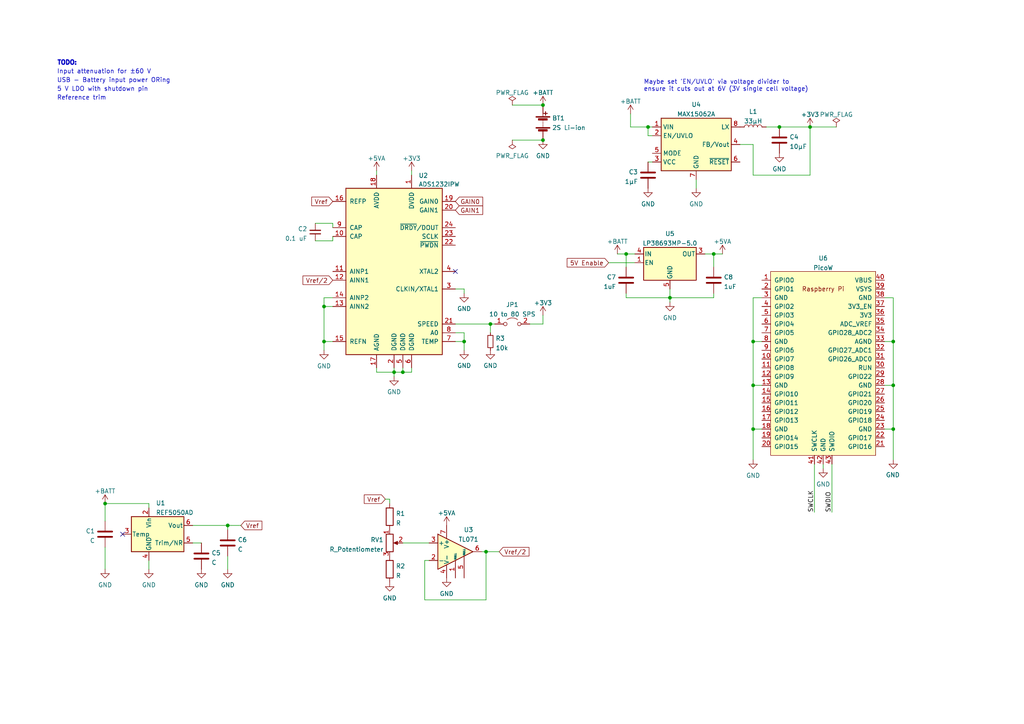
<source format=kicad_sch>
(kicad_sch (version 20211123) (generator eeschema)
  (paper "A4")
  (title_block (title "24bit ADC logger") (date "%%date%%") (rev "%%version%%") (company "SA6MBO"))
  (lib_symbols
    (symbol "Amplifier_Operational:TL071" (pin_names (offset 0.127))
      (property "Reference" "U" (at 0 6.35 0))
      (property "Value" "TL071" (at 0 3.81 0))
      (symbol "TL071_0_1"
        (polyline (pts (xy -5.08 5.08) (xy 5.08 0) (xy -5.08 -5.08) (xy -5.08 5.08)) (stroke (width 0.254)) (fill (type background)))
      )
      (symbol "TL071_1_1"
        (pin input line (at 0 -7.62 90) (length 5.08) (name "NULL") (number "1"))
        (pin input line (at -7.62 -2.54 0) (length 2.54) (name "-") (number "2"))
        (pin input line (at -7.62 2.54 0) (length 2.54) (name "+") (number "3"))
        (pin power_in line (at -2.54 -7.62 90) (length 3.81) (name "V-") (number "4"))
        (pin input line (at 2.54 -7.62 90) (length 6.35) (name "NULL") (number "5"))
        (pin output line (at 7.62 0 180) (length 2.54) (name "~") (number "6"))
        (pin power_in line (at -2.54 7.62 270) (length 3.81) (name "V+") (number "7"))
        (pin no_connect line (at 0 2.54 270) (length 2.54) hide (name "NC") (number "8"))
      )
    )
    (symbol "Analog_ADC:ADS1232IPW" (pin_names (offset 1.016))
      (property "Reference" "U" (at -13.97 25.4 0))
      (property "Value" "ADS1232IPW" (at 7.62 25.4 0))
      (symbol "ADS1232IPW_0_1"
        (rectangle (start -13.97 24.13) (end 13.97 -24.13) (stroke (width 0.254)) (fill (type background)))
      )
      (symbol "ADS1232IPW_1_1"
        (pin power_in line (at 5.08 27.94 270) (length 3.81) (name "DVDD") (number "1"))
        (pin passive line (at -17.78 10.16 0) (length 3.81) (name "CAP") (number "10"))
        (pin input line (at -17.78 0 0) (length 3.81) (name "AINP1") (number "11"))
        (pin input line (at -17.78 -2.54 0) (length 3.81) (name "AINN1") (number "12"))
        (pin input line (at -17.78 -10.16 0) (length 3.81) (name "AINN2") (number "13"))
        (pin input line (at -17.78 -7.62 0) (length 3.81) (name "AINP2") (number "14"))
        (pin input line (at -17.78 -20.32 0) (length 3.81) (name "REFN") (number "15"))
        (pin input line (at -17.78 20.32 0) (length 3.81) (name "REFP") (number "16"))
        (pin power_in line (at -5.08 -27.94 90) (length 3.81) (name "AGND") (number "17"))
        (pin power_in line (at -5.08 27.94 270) (length 3.81) (name "AVDD") (number "18"))
        (pin input line (at 17.78 20.32 180) (length 3.81) (name "GAIN0") (number "19"))
        (pin power_in line (at 0 -27.94 90) (length 3.81) (name "DGND") (number "2"))
        (pin input line (at 17.78 17.78 180) (length 3.81) (name "GAIN1") (number "20"))
        (pin input line (at 17.78 -15.24 180) (length 3.81) (name "SPEED") (number "21"))
        (pin input line (at 17.78 7.62 180) (length 3.81) (name "~{PWDN}") (number "22"))
        (pin input line (at 17.78 10.16 180) (length 3.81) (name "SCLK") (number "23"))
        (pin output line (at 17.78 12.7 180) (length 3.81) (name "~{DRDY}/DOUT") (number "24"))
        (pin bidirectional line (at 17.78 -5.08 180) (length 3.81) (name "CLKIN/XTAL1") (number "3"))
        (pin bidirectional line (at 17.78 0 180) (length 3.81) (name "XTAL2") (number "4"))
        (pin power_in line (at 2.54 -27.94 90) (length 3.81) (name "DGND") (number "5"))
        (pin power_in line (at 5.08 -27.94 90) (length 3.81) (name "DGND") (number "6"))
        (pin input line (at 17.78 -20.32 180) (length 3.81) (name "TEMP") (number "7"))
        (pin input line (at 17.78 -17.78 180) (length 3.81) (name "A0") (number "8"))
        (pin passive line (at -17.78 12.7 0) (length 3.81) (name "CAP") (number "9"))
      )
    )
    (symbol "Device:Battery" (pin_numbers hide) (pin_names (offset 0) hide)
      (property "Reference" "BT" (at 2.54 2.54 0))
      (property "Value" "Battery" (at 2.54 0 0))
      (symbol "Battery_0_1"
        (rectangle (start -2.032 -1.397) (end 2.032 -1.651) (fill (type outline)))
        (rectangle (start -2.032 1.778) (end 2.032 1.524) (fill (type outline)))
        (rectangle (start -1.3208 -1.9812) (end 1.27 -2.4892) (fill (type outline)))
        (rectangle (start -1.3208 1.1938) (end 1.27 0.6858) (fill (type outline)))
        (polyline (pts (xy 0 -1.524) (xy 0 -1.27)))
        (polyline (pts (xy 0 -1.016) (xy 0 -0.762)))
        (polyline (pts (xy 0 -0.508) (xy 0 -0.254)))
        (polyline (pts (xy 0 0) (xy 0 0.254)))
        (polyline (pts (xy 0 0.508) (xy 0 0.762)))
        (polyline (pts (xy 0 1.778) (xy 0 2.54)))
        (polyline (pts (xy 0.254 2.667) (xy 1.27 2.667)) (stroke (width 0.254)))
        (polyline (pts (xy 0.762 3.175) (xy 0.762 2.159)) (stroke (width 0.254)))
      )
      (symbol "Battery_1_1"
        (pin passive line (at 0 5.08 270) (length 2.54) (name "+") (number "1"))
        (pin passive line (at 0 -5.08 90) (length 2.54) (name "-") (number "2"))
      )
    )
    (symbol "Device:C" (pin_numbers hide) (pin_names (offset 0.254))
      (property "Reference" "C" (at 0.635 2.54 0))
      (property "Value" "C" (at 0.635 -2.54 0))
      (symbol "C_0_1"
        (polyline (pts (xy -2.032 -0.762) (xy 2.032 -0.762)) (stroke (width 0.508)))
        (polyline (pts (xy -2.032 0.762) (xy 2.032 0.762)) (stroke (width 0.508)))
      )
      (symbol "C_1_1"
        (pin passive line (at 0 3.81 270) (length 2.794) (name "~") (number "1"))
        (pin passive line (at 0 -3.81 90) (length 2.794) (name "~") (number "2"))
      )
    )
    (symbol "Device:C_Small" (pin_numbers hide) (pin_names (offset 0.254) hide)
      (property "Reference" "C" (at 0.254 1.778 0))
      (property "Value" "C_Small" (at 0.254 -2.032 0))
      (symbol "C_Small_0_1"
        (polyline (pts (xy -1.524 -0.508) (xy 1.524 -0.508)) (stroke (width 0.3302)))
        (polyline (pts (xy -1.524 0.508) (xy 1.524 0.508)) (stroke (width 0.3048)))
      )
      (symbol "C_Small_1_1"
        (pin passive line (at 0 2.54 270) (length 2.032) (name "~") (number "1"))
        (pin passive line (at 0 -2.54 90) (length 2.032) (name "~") (number "2"))
      )
    )
    (symbol "Device:L" (pin_numbers hide) (pin_names (offset 1.016) hide)
      (property "Reference" "L" (at -1.27 0 90))
      (property "Value" "L" (at 1.905 0 90))
      (symbol "L_0_1"
        (arc (start 0 -2.54) (mid 0.635 -1.905) (end 0 -1.27))
        (arc (start 0 -1.27) (mid 0.635 -0.635) (end 0 0))
        (arc (start 0 0) (mid 0.635 0.635) (end 0 1.27))
        (arc (start 0 1.27) (mid 0.635 1.905) (end 0 2.54))
      )
      (symbol "L_1_1"
        (pin passive line (at 0 3.81 270) (length 1.27) (name "1") (number "1"))
        (pin passive line (at 0 -3.81 90) (length 1.27) (name "2") (number "2"))
      )
    )
    (symbol "Device:R" (pin_numbers hide) (pin_names (offset 0))
      (property "Reference" "R" (at 2.032 0 90))
      (property "Value" "R" (at 0 0 90))
      (symbol "R_0_1"
        (rectangle (start -1.016 -2.54) (end 1.016 2.54) (stroke (width 0.254)))
      )
      (symbol "R_1_1"
        (pin passive line (at 0 3.81 270) (length 1.27) (name "~") (number "1"))
        (pin passive line (at 0 -3.81 90) (length 1.27) (name "~") (number "2"))
      )
    )
    (symbol "Device:R_Potentiometer" (pin_names (offset 1.016) hide)
      (property "Reference" "RV" (at -4.445 0 90))
      (property "Value" "R_Potentiometer" (at -2.54 0 90))
      (symbol "R_Potentiometer_0_1"
        (polyline (pts (xy 2.54 0) (xy 1.524 0)))
        (polyline (pts (xy 1.143 0) (xy 2.286 0.508) (xy 2.286 -0.508) (xy 1.143 0)) (fill (type outline)))
        (rectangle (start 1.016 2.54) (end -1.016 -2.54) (stroke (width 0.254)))
      )
      (symbol "R_Potentiometer_1_1"
        (pin passive line (at 0 3.81 270) (length 1.27) (name "1") (number "1"))
        (pin passive line (at 3.81 0 180) (length 1.27) (name "2") (number "2"))
        (pin passive line (at 0 -3.81 90) (length 1.27) (name "3") (number "3"))
      )
    )
    (symbol "Device:R_Small" (pin_numbers hide) (pin_names (offset 0.254) hide)
      (property "Reference" "R" (at 0.762 0.508 0))
      (property "Value" "R_Small" (at 0.762 -1.016 0))
      (symbol "R_Small_0_1"
        (rectangle (start -0.762 1.778) (end 0.762 -1.778) (stroke (width 0.2032)))
      )
      (symbol "R_Small_1_1"
        (pin passive line (at 0 2.54 270) (length 0.762) (name "~") (number "1"))
        (pin passive line (at 0 -2.54 90) (length 0.762) (name "~") (number "2"))
      )
    )
    (symbol "Jumper:Jumper_2_Open" (pin_names (offset 0) hide)
      (property "Reference" "JP" (at 0 2.794 0))
      (property "Value" "Jumper_2_Open" (at 0 -2.286 0))
      (symbol "Jumper_2_Open_0_0"
        (circle (center -2.032 0) (radius 0.508))
        (circle (center 2.032 0) (radius 0.508))
      )
      (symbol "Jumper_2_Open_0_1"
        (arc (start 1.524 1.27) (mid 0 1.778) (end -1.524 1.27))
      )
      (symbol "Jumper_2_Open_1_1"
        (pin passive line (at -5.08 0 0) (length 2.54) (name "A") (number "1"))
        (pin passive line (at 5.08 0 180) (length 2.54) (name "B") (number "2"))
      )
    )
    (symbol "RPi_Pico:PicoW" (pin_names (offset 1.016))
      (property "Reference" "U" (at -13.97 27.94 0))
      (property "Value" "PicoW" (at 0 19.05 0))
      (symbol "PicoW_0_0"
        (text "Raspberry Pi" (at 0 21.59 0) (effects (font (size 1.27 1.27))))
      )
      (symbol "PicoW_0_1"
        (rectangle (start -15.24 26.67) (end 15.24 -26.67) (fill (type background)))
      )
      (symbol "PicoW_1_1"
        (pin bidirectional line (at -17.78 24.13 0) (length 2.54) (name "GPIO0") (number "1"))
        (pin bidirectional line (at -17.78 1.27 0) (length 2.54) (name "GPIO7") (number "10"))
        (pin bidirectional line (at -17.78 -1.27 0) (length 2.54) (name "GPIO8") (number "11"))
        (pin bidirectional line (at -17.78 -3.81 0) (length 2.54) (name "GPIO9") (number "12"))
        (pin power_in line (at -17.78 -6.35 0) (length 2.54) (name "GND") (number "13"))
        (pin bidirectional line (at -17.78 -8.89 0) (length 2.54) (name "GPIO10") (number "14"))
        (pin bidirectional line (at -17.78 -11.43 0) (length 2.54) (name "GPIO11") (number "15"))
        (pin bidirectional line (at -17.78 -13.97 0) (length 2.54) (name "GPIO12") (number "16"))
        (pin bidirectional line (at -17.78 -16.51 0) (length 2.54) (name "GPIO13") (number "17"))
        (pin power_in line (at -17.78 -19.05 0) (length 2.54) (name "GND") (number "18"))
        (pin bidirectional line (at -17.78 -21.59 0) (length 2.54) (name "GPIO14") (number "19"))
        (pin bidirectional line (at -17.78 21.59 0) (length 2.54) (name "GPIO1") (number "2"))
        (pin bidirectional line (at -17.78 -24.13 0) (length 2.54) (name "GPIO15") (number "20"))
        (pin bidirectional line (at 17.78 -24.13 180) (length 2.54) (name "GPIO16") (number "21"))
        (pin bidirectional line (at 17.78 -21.59 180) (length 2.54) (name "GPIO17") (number "22"))
        (pin power_in line (at 17.78 -19.05 180) (length 2.54) (name "GND") (number "23"))
        (pin bidirectional line (at 17.78 -16.51 180) (length 2.54) (name "GPIO18") (number "24"))
        (pin bidirectional line (at 17.78 -13.97 180) (length 2.54) (name "GPIO19") (number "25"))
        (pin bidirectional line (at 17.78 -11.43 180) (length 2.54) (name "GPIO20") (number "26"))
        (pin bidirectional line (at 17.78 -8.89 180) (length 2.54) (name "GPIO21") (number "27"))
        (pin power_in line (at 17.78 -6.35 180) (length 2.54) (name "GND") (number "28"))
        (pin bidirectional line (at 17.78 -3.81 180) (length 2.54) (name "GPIO22") (number "29"))
        (pin power_in line (at -17.78 19.05 0) (length 2.54) (name "GND") (number "3"))
        (pin input line (at 17.78 -1.27 180) (length 2.54) (name "RUN") (number "30"))
        (pin bidirectional line (at 17.78 1.27 180) (length 2.54) (name "GPIO26_ADC0") (number "31"))
        (pin bidirectional line (at 17.78 3.81 180) (length 2.54) (name "GPIO27_ADC1") (number "32"))
        (pin power_in line (at 17.78 6.35 180) (length 2.54) (name "AGND") (number "33"))
        (pin bidirectional line (at 17.78 8.89 180) (length 2.54) (name "GPIO28_ADC2") (number "34"))
        (pin unspecified line (at 17.78 11.43 180) (length 2.54) (name "ADC_VREF") (number "35"))
        (pin unspecified line (at 17.78 13.97 180) (length 2.54) (name "3V3") (number "36"))
        (pin input line (at 17.78 16.51 180) (length 2.54) (name "3V3_EN") (number "37"))
        (pin bidirectional line (at 17.78 19.05 180) (length 2.54) (name "GND") (number "38"))
        (pin unspecified line (at 17.78 21.59 180) (length 2.54) (name "VSYS") (number "39"))
        (pin bidirectional line (at -17.78 16.51 0) (length 2.54) (name "GPIO2") (number "4"))
        (pin unspecified line (at 17.78 24.13 180) (length 2.54) (name "VBUS") (number "40"))
        (pin input line (at -2.54 -29.21 90) (length 2.54) (name "SWCLK") (number "41"))
        (pin power_in line (at 0 -29.21 90) (length 2.54) (name "GND") (number "42"))
        (pin bidirectional line (at 2.54 -29.21 90) (length 2.54) (name "SWDIO") (number "43"))
        (pin bidirectional line (at -17.78 13.97 0) (length 2.54) (name "GPIO3") (number "5"))
        (pin bidirectional line (at -17.78 11.43 0) (length 2.54) (name "GPIO4") (number "6"))
        (pin bidirectional line (at -17.78 8.89 0) (length 2.54) (name "GPIO5") (number "7"))
        (pin power_in line (at -17.78 6.35 0) (length 2.54) (name "GND") (number "8"))
        (pin bidirectional line (at -17.78 3.81 0) (length 2.54) (name "GPIO6") (number "9"))
      )
    )
    (symbol "Reference_Voltage:REF5050AD" (pin_names (offset 0.254))
      (property "Reference" "U" (at -1.27 8.255 0))
      (property "Value" "REF5050AD" (at -1.27 6.35 0))
      (symbol "REF5050AD_0_1"
        (rectangle (start -7.62 5.08) (end 7.62 -5.08) (stroke (width 0.254)) (fill (type background)))
      )
      (symbol "REF5050AD_1_1"
        (pin no_connect line (at -7.62 2.54 0) (length 2.54) hide (name "DNC") (number "1"))
        (pin power_in line (at -2.54 7.62 270) (length 2.54) (name "Vin") (number "2"))
        (pin passive line (at -10.16 0 0) (length 2.54) (name "Temp") (number "3"))
        (pin power_in line (at -2.54 -7.62 90) (length 2.54) (name "GND") (number "4"))
        (pin passive line (at 10.16 -2.54 180) (length 2.54) (name "Trim/NR") (number "5"))
        (pin power_out line (at 10.16 2.54 180) (length 2.54) (name "Vout") (number "6"))
        (pin no_connect line (at -5.08 -5.08 90) (length 2.54) hide (name "NC") (number "7"))
        (pin no_connect line (at 7.62 0 180) (length 2.54) hide (name "DNC") (number "8"))
      )
    )
    (symbol "Regulator_Linear:LP38693MP-5.0" (pin_names (offset 0.254))
      (property "Reference" "U" (at -6.35 5.715 0))
      (property "Value" "LP38693MP-5.0" (at 0 5.715 0))
      (symbol "LP38693MP-5.0_0_1"
        (rectangle (start -7.62 -5.08) (end 7.62 4.445) (stroke (width 0.254)) (fill (type background)))
      )
      (symbol "LP38693MP-5.0_1_1"
        (pin input line (at -10.16 0 0) (length 2.54) (name "EN") (number "1"))
        (pin no_connect line (at 7.62 0 180) (length 2.54) hide (name "NC") (number "2"))
        (pin power_out line (at 10.16 2.54 180) (length 2.54) (name "OUT") (number "3"))
        (pin power_in line (at -10.16 2.54 0) (length 2.54) (name "IN") (number "4"))
        (pin power_in line (at 0 -7.62 90) (length 2.54) (name "GND") (number "5"))
      )
    )
    (symbol "Regulator_Switching:MAX15062A"
      (property "Reference" "U" (at -10.16 11.43 0))
      (property "Value" "MAX15062A" (at -10.16 8.89 0))
      (symbol "MAX15062A_0_1"
        (rectangle (start -10.16 7.62) (end 10.16 -7.62) (stroke (width 0.254)) (fill (type background)))
      )
      (symbol "MAX15062A_1_1"
        (pin power_in line (at -12.7 5.08 0) (length 2.54) (name "VIN") (number "1"))
        (pin input line (at -12.7 2.54 0) (length 2.54) (name "EN/UVLO") (number "2"))
        (pin power_out line (at -12.7 -5.08 0) (length 2.54) (name "VCC") (number "3"))
        (pin input line (at 12.7 0 180) (length 2.54) (name "FB/Vout") (number "4"))
        (pin input line (at -12.7 -2.54 0) (length 2.54) (name "MODE") (number "5"))
        (pin open_collector line (at 12.7 -5.08 180) (length 2.54) (name "~{RESET}") (number "6"))
        (pin power_in line (at 0 -10.16 90) (length 2.54) (name "GND") (number "7"))
        (pin power_out line (at 12.7 5.08 180) (length 2.54) (name "LX") (number "8"))
      )
    )
    (symbol "power:+3V3" (power) (pin_names (offset 0))
      (property "Value" "+3V3" (at 0 3.556 0))
      (symbol "+3V3_0_1"
        (polyline (pts (xy -0.762 1.27) (xy 0 2.54)))
        (polyline (pts (xy 0 0) (xy 0 2.54)))
        (polyline (pts (xy 0 2.54) (xy 0.762 1.27)))
      )
      (symbol "+3V3_1_1"
        (pin power_in line (at 0 0 90) (length 0) hide (name "+3V3") (number "1"))
      )
    )
    (symbol "power:+5VA" (power) (pin_names (offset 0))
      (property "Value" "+5VA" (at 0 3.556 0))
      (symbol "+5VA_0_1"
        (polyline (pts (xy -0.762 1.27) (xy 0 2.54)))
        (polyline (pts (xy 0 0) (xy 0 2.54)))
        (polyline (pts (xy 0 2.54) (xy 0.762 1.27)))
      )
      (symbol "+5VA_1_1"
        (pin power_in line (at 0 0 90) (length 0) hide (name "+5VA") (number "1"))
      )
    )
    (symbol "power:+BATT" (power) (pin_names (offset 0))
      (property "Value" "+BATT" (at 0 3.556 0))
      (symbol "+BATT_0_1"
        (polyline (pts (xy -0.762 1.27) (xy 0 2.54)))
        (polyline (pts (xy 0 0) (xy 0 2.54)))
        (polyline (pts (xy 0 2.54) (xy 0.762 1.27)))
      )
      (symbol "+BATT_1_1"
        (pin power_in line (at 0 0 90) (length 0) hide (name "+BATT") (number "1"))
      )
    )
    (symbol "power:GND" (power) (pin_names (offset 0))
      (property "Value" "GND" (at 0 -3.81 0))
      (symbol "GND_0_1"
        (polyline (pts (xy 0 0) (xy 0 -1.27) (xy 1.27 -1.27) (xy 0 -2.54) (xy -1.27 -1.27) (xy 0 -1.27)))
      )
      (symbol "GND_1_1"
        (pin power_in line (at 0 0 270) (length 0) hide (name "GND") (number "1"))
      )
    )
    (symbol "power:PWR_FLAG" (power) (pin_numbers hide) (pin_names (offset 0) hide)
      (property "Value" "PWR_FLAG" (at 0 3.81 0))
      (symbol "PWR_FLAG_0_0"
        (pin power_out line (at 0 0 90) (length 0) (name "pwr") (number "1"))
      )
      (symbol "PWR_FLAG_0_1"
        (polyline (pts (xy 0 0) (xy 0 1.27) (xy -1.016 1.905) (xy 0 2.54) (xy 1.016 1.905) (xy 0 1.27)))
      )
    )
  )
  (junction (at 181.61 73.66))
  (junction (at 187.96 36.83))
  (junction (at 142.24 93.98))
  (junction (at 66.04 152.4))
  (junction (at 234.95 36.83))
  (junction (at 116.84 107.95))
  (junction (at 30.48 146.05))
  (junction (at 194.31 86.36))
  (junction (at 93.98 99.06))
  (junction (at 218.44 111.76))
  (junction (at 140.97 160.02))
  (junction (at 218.44 99.06))
  (junction (at 207.01 73.66))
  (junction (at 157.48 40.64))
  (junction (at 259.08 111.76))
  (junction (at 259.08 124.46))
  (junction (at 93.98 88.9))
  (junction (at 114.3 107.95))
  (junction (at 218.44 124.46))
  (junction (at 134.62 99.06))
  (junction (at 226.06 36.83))
  (junction (at 157.48 30.48))
  (junction (at 259.08 99.06))
  (no_connect (at 132.08 78.74))
  (no_connect (at 35.56 154.94))
  (wire (pts (xy 194.31 83.82) (xy 194.31 86.36)))
  (wire (pts (xy 142.24 96.52) (xy 142.24 93.98)))
  (wire (pts (xy 134.62 83.82) (xy 134.62 85.09)))
  (wire (pts (xy 176.53 76.2) (xy 184.15 76.2)))
  (wire (pts (xy 238.76 134.62) (xy 238.76 135.89)))
  (wire (pts (xy 111.76 144.78) (xy 113.03 144.78)))
  (wire (pts (xy 148.59 30.48) (xy 157.48 30.48)))
  (wire (pts (xy 109.22 106.68) (xy 109.22 107.95)))
  (wire (pts (xy 113.03 144.78) (xy 113.03 146.05)))
  (wire (pts (xy 93.98 86.36) (xy 93.98 88.9)))
  (wire (pts (xy 96.52 64.77) (xy 96.52 66.04)))
  (wire (pts (xy 143.51 93.98) (xy 142.24 93.98)))
  (wire (pts (xy 181.61 86.36) (xy 194.31 86.36)))
  (wire (pts (xy 30.48 165.1) (xy 30.48 158.75)))
  (wire (pts (xy 234.95 50.8) (xy 218.44 50.8)))
  (wire (pts (xy 256.54 99.06) (xy 259.08 99.06)))
  (wire (pts (xy 93.98 99.06) (xy 96.52 99.06)))
  (wire (pts (xy 218.44 99.06) (xy 220.98 99.06)))
  (wire (pts (xy 220.98 86.36) (xy 218.44 86.36)))
  (wire (pts (xy 116.84 157.48) (xy 124.46 157.48)))
  (wire (pts (xy 134.62 96.52) (xy 134.62 99.06)))
  (wire (pts (xy 114.3 107.95) (xy 116.84 107.95)))
  (wire (pts (xy 114.3 107.95) (xy 114.3 109.22)))
  (wire (pts (xy 140.97 160.02) (xy 139.7 160.02)))
  (wire (pts (xy 30.48 146.05) (xy 30.48 151.13)))
  (wire (pts (xy 134.62 101.6) (xy 134.62 99.06)))
  (wire (pts (xy 134.62 99.06) (xy 132.08 99.06)))
  (wire (pts (xy 91.44 69.85) (xy 96.52 69.85)))
  (wire (pts (xy 182.88 36.83) (xy 182.88 33.02)))
  (wire (pts (xy 157.48 93.98) (xy 157.48 91.44)))
  (wire (pts (xy 256.54 86.36) (xy 259.08 86.36)))
  (wire (pts (xy 109.22 49.53) (xy 109.22 50.8)))
  (wire (pts (xy 226.06 36.83) (xy 234.95 36.83)))
  (wire (pts (xy 93.98 88.9) (xy 93.98 99.06)))
  (wire (pts (xy 66.04 165.1) (xy 66.04 161.29)))
  (wire (pts (xy 43.18 146.05) (xy 43.18 147.32)))
  (wire (pts (xy 256.54 124.46) (xy 259.08 124.46)))
  (wire (pts (xy 218.44 111.76) (xy 220.98 111.76)))
  (wire (pts (xy 96.52 88.9) (xy 93.98 88.9)))
  (wire (pts (xy 91.44 64.77) (xy 96.52 64.77)))
  (wire (pts (xy 218.44 124.46) (xy 220.98 124.46)))
  (wire (pts (xy 207.01 73.66) (xy 207.01 77.47)))
  (wire (pts (xy 132.08 83.82) (xy 134.62 83.82)))
  (wire (pts (xy 201.93 54.61) (xy 201.93 52.07)))
  (wire (pts (xy 123.19 162.56) (xy 124.46 162.56)))
  (wire (pts (xy 218.44 124.46) (xy 218.44 133.35)))
  (wire (pts (xy 187.96 46.99) (xy 189.23 46.99)))
  (wire (pts (xy 148.59 40.64) (xy 157.48 40.64)))
  (wire (pts (xy 179.07 73.66) (xy 181.61 73.66)))
  (wire (pts (xy 256.54 111.76) (xy 259.08 111.76)))
  (wire (pts (xy 109.22 107.95) (xy 114.3 107.95)))
  (wire (pts (xy 222.25 36.83) (xy 226.06 36.83)))
  (wire (pts (xy 218.44 99.06) (xy 218.44 111.76)))
  (wire (pts (xy 218.44 111.76) (xy 218.44 124.46)))
  (wire (pts (xy 187.96 36.83) (xy 182.88 36.83)))
  (wire (pts (xy 153.67 93.98) (xy 157.48 93.98)))
  (wire (pts (xy 259.08 124.46) (xy 259.08 133.35)))
  (wire (pts (xy 43.18 162.56) (xy 43.18 165.1)))
  (wire (pts (xy 96.52 69.85) (xy 96.52 68.58)))
  (wire (pts (xy 181.61 73.66) (xy 181.61 77.47)))
  (wire (pts (xy 132.08 96.52) (xy 134.62 96.52)))
  (wire (pts (xy 236.22 134.62) (xy 236.22 148.59)))
  (wire (pts (xy 207.01 86.36) (xy 207.01 85.09)))
  (wire (pts (xy 189.23 39.37) (xy 187.96 39.37)))
  (wire (pts (xy 123.19 173.99) (xy 140.97 173.99)))
  (wire (pts (xy 93.98 99.06) (xy 93.98 101.6)))
  (wire (pts (xy 43.18 146.05) (xy 30.48 146.05)))
  (wire (pts (xy 55.88 152.4) (xy 66.04 152.4)))
  (wire (pts (xy 209.55 73.66) (xy 207.01 73.66)))
  (wire (pts (xy 187.96 39.37) (xy 187.96 36.83)))
  (wire (pts (xy 259.08 86.36) (xy 259.08 99.06)))
  (wire (pts (xy 194.31 87.63) (xy 194.31 86.36)))
  (wire (pts (xy 241.3 134.62) (xy 241.3 148.59)))
  (wire (pts (xy 114.3 106.68) (xy 114.3 107.95)))
  (wire (pts (xy 119.38 49.53) (xy 119.38 50.8)))
  (wire (pts (xy 234.95 36.83) (xy 242.57 36.83)))
  (wire (pts (xy 181.61 73.66) (xy 184.15 73.66)))
  (wire (pts (xy 140.97 173.99) (xy 140.97 160.02)))
  (wire (pts (xy 218.44 86.36) (xy 218.44 99.06)))
  (wire (pts (xy 66.04 153.67) (xy 66.04 152.4)))
  (wire (pts (xy 119.38 107.95) (xy 116.84 107.95)))
  (wire (pts (xy 218.44 41.91) (xy 214.63 41.91)))
  (wire (pts (xy 259.08 111.76) (xy 259.08 124.46)))
  (wire (pts (xy 218.44 50.8) (xy 218.44 41.91)))
  (wire (pts (xy 116.84 106.68) (xy 116.84 107.95)))
  (wire (pts (xy 55.88 157.48) (xy 58.42 157.48)))
  (wire (pts (xy 181.61 86.36) (xy 181.61 85.09)))
  (wire (pts (xy 123.19 162.56) (xy 123.19 173.99)))
  (wire (pts (xy 119.38 106.68) (xy 119.38 107.95)))
  (wire (pts (xy 132.08 93.98) (xy 142.24 93.98)))
  (wire (pts (xy 189.23 36.83) (xy 187.96 36.83)))
  (wire (pts (xy 140.97 160.02) (xy 144.78 160.02)))
  (wire (pts (xy 207.01 86.36) (xy 194.31 86.36)))
  (wire (pts (xy 204.47 73.66) (xy 207.01 73.66)))
  (wire (pts (xy 234.95 36.83) (xy 234.95 50.8)))
  (wire (pts (xy 69.85 152.4) (xy 66.04 152.4)))
  (wire (pts (xy 259.08 99.06) (xy 259.08 111.76)))
  (wire (pts (xy 96.52 86.36) (xy 93.98 86.36)))
  (text "Input attenuation for ±60 V" (at 16.51 21.59 0) (effects (font (size 1.27 1.27)) (justify left bottom)))
  (text "Reference trim" (at 16.51 29.21 0) (effects (font (size 1.27 1.27)) (justify left bottom)))
  (text "USB - Battery input power ORing" (at 16.51 24.13 0) (effects (font (size 1.27 1.27)) (justify left bottom)))
  (text "Maybe set 'EN/UVLO' via voltage divider to\nensure it cuts out at 6V (3V single cell voltage)" (at 186.69 26.67 0) (effects (font (size 1.27 1.27)) (justify left bottom)))
  (text "TODO:" (at 16.51 19.05 0) (effects (font (size 1.27 1.27) (thickness 0.508) bold) (justify left bottom)))
  (text "5 V LDO with shutdown pin\n" (at 16.51 26.67 0) (effects (font (size 1.27 1.27)) (justify left bottom)))
  (label "SWDIO" (at 241.3 148.59 90))
  (label "SWCLK" (at 236.22 148.59 90))
  (global_label "5V Enable" (shape input) (at 176.53 76.2 180) (property "Intersheet References" "${INTERSHEET_REFS}" (effects hide)))
  (global_label "Vref" (shape input) (at 69.85 152.4 0) (property "Intersheet References" "${INTERSHEET_REFS}" (effects hide)))
  (global_label "Vref" (shape input) (at 96.52 58.42 180) (property "Intersheet References" "${INTERSHEET_REFS}" (effects hide)))
  (global_label "GAIN0" (shape input) (at 132.08 58.42 0) (property "Intersheet References" "${INTERSHEET_REFS}" (effects hide)))
  (global_label "Vref{slash}2" (shape input) (at 96.52 81.28 180) (property "Intersheet References" "${INTERSHEET_REFS}" (effects hide)))
  (global_label "GAIN1" (shape input) (at 132.08 60.96 0) (property "Intersheet References" "${INTERSHEET_REFS}" (effects hide)))
  (global_label "Vref" (shape input) (at 111.76 144.78 180) (property "Intersheet References" "${INTERSHEET_REFS}" (effects hide)))
  (global_label "Vref{slash}2" (shape input) (at 144.78 160.02 0) (property "Intersheet References" "${INTERSHEET_REFS}" (effects hide)))
  (symbol (lib_id "power:GND") (at 134.62 101.6 0) (unit 1)
    (property "Reference" "#PWR0115" (effects hide))
    (property "Value" "GND" (at 134.62 106.0434 0))
  )
  (symbol (lib_id "power:GND") (at 238.76 135.89 0) (unit 1)
    (property "Reference" "#PWR013" (effects hide))
    (property "Value" "GND" (at 238.76 140.4525 0))
  )
  (symbol (lib_id "power:PWR_FLAG") (at 148.59 30.48 0) (unit 1)
    (property "Reference" "#FLG0101" (effects hide))
    (property "Value" "PWR_FLAG" (at 148.59 26.8755 0))
  )
  (symbol (lib_id "Device:C") (at 226.06 40.64 0) (unit 1)
    (property "Reference" "C4" (at 228.981 39.7315 0) (effects (justify left)))
    (property "Value" "10µF" (at 228.981 42.5066 0) (effects (justify left)))
  )
  (symbol (lib_id "power:+3V3") (at 234.95 36.83 0) (unit 1)
    (property "Reference" "#PWR0101" (effects hide))
    (property "Value" "+3V3" (at 234.95 33.2255 0))
  )
  (symbol (lib_id "power:PWR_FLAG") (at 148.59 40.64 180) (unit 1)
    (property "Reference" "#FLG01" (effects hide))
    (property "Value" "PWR_FLAG" (at 148.59 45.2025 0))
  )
  (symbol (lib_id "Device:C_Small") (at 91.44 67.31 0) (mirror x) (unit 1)
    (property "Reference" "C2" (at 89.1159 66.3951 0) (effects (justify right)))
    (property "Value" "0.1 uF" (at 89.1159 69.1702 0) (effects (justify right)))
  )
  (symbol (lib_id "power:+BATT") (at 30.48 146.05 0) (unit 1)
    (property "Reference" "#PWR08" (effects hide))
    (property "Value" "+BATT" (at 30.48 142.4455 0))
  )
  (symbol (lib_id "power:GND") (at 157.48 40.64 0) (unit 1)
    (property "Reference" "#PWR02" (effects hide))
    (property "Value" "GND" (at 157.48 45.2025 0))
  )
  (symbol (lib_id "power:GND") (at 93.98 101.6 0) (unit 1)
    (property "Reference" "#PWR0111" (effects hide))
    (property "Value" "GND" (at 93.98 106.1625 0))
  )
  (symbol (lib_id "Device:R") (at 113.03 165.1 0) (unit 1)
    (property "Reference" "R2" (at 114.808 164.1915 0) (effects (justify left)))
    (property "Value" "R" (at 114.808 166.9666 0) (effects (justify left)))
  )
  (symbol (lib_id "power:GND") (at 194.31 87.63 0) (unit 1)
    (property "Reference" "#PWR06" (effects hide))
    (property "Value" "GND" (at 194.31 92.1925 0))
  )
  (symbol (lib_id "power:GND") (at 66.04 165.1 0) (unit 1)
    (property "Reference" "#PWR04" (effects hide))
    (property "Value" "GND" (at 66.04 169.6625 0))
  )
  (symbol (lib_id "Regulator_Switching:MAX15062A") (at 201.93 41.91 0) (unit 1)
    (property "Reference" "U4" (at 201.93 30.3235 0))
    (property "Value" "MAX15062A" (at 201.93 33.0986 0))
    (property "Footprint" "Package_DFN_QFN:DFN-8_2x2mm_P0.5mm" (effects hide))
    (property "Datasheet" "http://datasheets.maximintegrated.com/en/ds/MAX15062.pdf" (effects hide))
  )
  (symbol (lib_id "power:GND") (at 218.44 133.35 0) (unit 1)
    (property "Reference" "#PWR012" (effects hide))
    (property "Value" "GND" (at 218.44 137.9125 0))
  )
  (symbol (lib_id "power:+5VA") (at 209.55 73.66 0) (unit 1)
    (property "Reference" "#PWR011" (effects hide))
    (property "Value" "+5VA" (at 209.55 70.0555 0))
  )
  (symbol (lib_id "power:+3V3") (at 157.48 91.44 0) (unit 1)
    (property "Reference" "#PWR0116" (effects hide))
    (property "Value" "+3V3" (at 157.48 87.8642 0))
  )
  (symbol (lib_id "power:GND") (at 129.54 167.64 0) (unit 1)
    (property "Reference" "#PWR0109" (effects hide))
    (property "Value" "GND" (at 129.54 172.2025 0))
  )
  (symbol (lib_id "Jumper:Jumper_2_Open") (at 148.59 93.98 0) (unit 1)
    (property "Reference" "JP1" (at 148.59 88.3625 0))
    (property "Value" "10 to 80 SPS" (at 148.59 91.1376 0))
  )
  (symbol (lib_id "Amplifier_Operational:TL071") (at 132.08 160.02 0) (unit 1)
    (property "Reference" "U3" (at 135.89 153.67 0))
    (property "Value" "TL071" (at 135.89 156.4451 0))
    (property "Datasheet" "http://www.ti.com/lit/ds/symlink/tl071.pdf" (effects hide))
  )
  (symbol (lib_id "Device:C") (at 66.04 157.48 0) (unit 1)
    (property "Reference" "C6" (at 68.961 156.5715 0) (effects (justify left)))
    (property "Value" "C" (at 68.961 159.3466 0) (effects (justify left)))
  )
  (symbol (lib_id "power:GND") (at 113.03 168.91 0) (unit 1)
    (property "Reference" "#PWR0110" (effects hide))
    (property "Value" "GND" (at 113.03 173.4725 0))
  )
  (symbol (lib_id "power:+BATT") (at 179.07 73.66 0) (unit 1)
    (property "Reference" "#PWR05" (effects hide))
    (property "Value" "+BATT" (at 179.07 70.0555 0))
  )
  (symbol (lib_id "Device:L") (at 218.44 36.83 90) (unit 1)
    (property "Reference" "L1" (at 218.44 32.3555 90))
    (property "Value" "33µH" (at 218.44 35.1306 90))
  )
  (symbol (lib_id "power:GND") (at 226.06 44.45 0) (unit 1)
    (property "Reference" "#PWR0104" (effects hide))
    (property "Value" "GND" (at 226.06 49.0125 0))
  )
  (symbol (lib_id "power:GND") (at 114.3 109.22 0) (unit 1)
    (property "Reference" "#PWR0106" (effects hide))
    (property "Value" "GND" (at 114.3 113.6634 0))
  )
  (symbol (lib_id "Device:C") (at 58.42 161.29 0) (unit 1)
    (property "Reference" "C5" (at 61.341 160.3815 0) (effects (justify left)))
    (property "Value" "C" (at 61.341 163.1566 0) (effects (justify left)))
  )
  (symbol (lib_id "power:GND") (at 43.18 165.1 0) (unit 1)
    (property "Reference" "#PWR0112" (effects hide))
    (property "Value" "GND" (at 43.18 169.6625 0))
  )
  (symbol (lib_id "power:GND") (at 134.62 85.09 0) (unit 1)
    (property "Reference" "#PWR0113" (effects hide))
    (property "Value" "GND" (at 134.62 89.5334 0))
  )
  (symbol (lib_id "power:GND") (at 142.24 101.6 0) (unit 1)
    (property "Reference" "#PWR0114" (effects hide))
    (property "Value" "GND" (at 142.24 106.0434 0))
  )
  (symbol (lib_id "Analog_ADC:ADS1232IPW") (at 114.3 78.74 0) (unit 1)
    (property "Reference" "U2" (at 121.3994 50.9102 0) (effects (justify left)))
    (property "Value" "ADS1232IPW" (at 121.3994 53.4471 0) (effects (justify left)))
    (property "Datasheet" "http://www.ti.com/lit/ds/symlink/ads1232.pdf" (effects hide))
  )
  (symbol (lib_id "Device:Battery") (at 157.48 35.56 0) (unit 1)
    (property "Reference" "BT1" (at 160.147 34.2705 0) (effects (justify left)))
    (property "Value" "2S Li-ion" (at 160.147 37.0456 0) (effects (justify left)))
  )
  (symbol (lib_id "power:GND") (at 259.08 133.35 0) (mirror y) (unit 1)
    (property "Reference" "#PWR014" (effects hide))
    (property "Value" "GND" (at 258.953 137.7442 0))
  )
  (symbol (lib_id "power:GND") (at 58.42 165.1 0) (unit 1)
    (property "Reference" "#PWR03" (effects hide))
    (property "Value" "GND" (at 58.42 169.6625 0))
  )
  (symbol (lib_id "Device:C") (at 181.61 81.28 0) (mirror x) (unit 1)
    (property "Reference" "C7" (at 178.6891 80.3715 0) (effects (justify right)))
    (property "Value" "1uF" (at 178.6891 83.1466 0) (effects (justify right)))
  )
  (symbol (lib_id "power:+BATT") (at 157.48 30.48 0) (unit 1)
    (property "Reference" "#PWR01" (effects hide))
    (property "Value" "+BATT" (at 157.48 26.8755 0))
  )
  (symbol (lib_id "Reference_Voltage:REF5050AD") (at 45.72 154.94 0) (unit 1)
    (property "Reference" "U1" (at 45.1994 145.8935 0) (effects (justify left)))
    (property "Value" "REF5050AD" (at 45.1994 148.6686 0) (effects (justify left)))
    (property "Footprint" "Package_SO:SOIC-8_3.9x4.9mm_P1.27mm" (effects hide))
    (property "Datasheet" "http://www.ti.com/lit/ds/symlink/ref5030.pdf" (effects hide))
  )
  (symbol (lib_id "power:GND") (at 30.48 165.1 0) (unit 1)
    (property "Reference" "#PWR09" (effects hide))
    (property "Value" "GND" (at 30.48 169.6625 0))
  )
  (symbol (lib_id "power:+3V3") (at 119.38 49.53 0) (unit 1)
    (property "Reference" "#PWR0119" (effects hide))
    (property "Value" "+3V3" (at 119.38 45.9542 0))
  )
  (symbol (lib_id "Device:C") (at 187.96 50.8 0) (unit 1)
    (property "Reference" "C3" (at 185.039 49.8915 0) (effects (justify right)))
    (property "Value" "1µF" (at 185.039 52.6666 0) (effects (justify right)))
  )
  (symbol (lib_id "power:+BATT") (at 182.88 33.02 0) (unit 1)
    (property "Reference" "#PWR0105" (effects hide))
    (property "Value" "+BATT" (at 182.88 29.4155 0))
  )
  (symbol (lib_id "power:GND") (at 201.93 54.61 0) (unit 1)
    (property "Reference" "#PWR0102" (effects hide))
    (property "Value" "GND" (at 201.93 59.1725 0))
  )
  (symbol (lib_id "RPi_Pico:PicoW") (at 238.76 105.41 0) (unit 1)
    (property "Reference" "U6" (at 238.76 74.9005 0))
    (property "Value" "PicoW" (at 238.76 77.6756 0))
    (property "Footprint" "RPi_Pico:RPi_PicoW_SMD_TH" (effects hide))
    (property "Datasheet" "https://datasheets.raspberrypi.com/picow/pico-w-datasheet.pdf" (effects hide))
  )
  (symbol (lib_id "power:+5VA") (at 109.22 49.53 0) (unit 1)
    (property "Reference" "#PWR07" (effects hide))
    (property "Value" "+5VA" (at 109.22 45.9255 0))
  )
  (symbol (lib_id "power:GND") (at 187.96 54.61 0) (mirror y) (unit 1)
    (property "Reference" "#PWR0103" (effects hide))
    (property "Value" "GND" (at 187.96 59.1725 0))
  )
  (symbol (lib_id "Device:C") (at 207.01 81.28 0) (unit 1)
    (property "Reference" "C8" (at 209.931 80.3715 0) (effects (justify left)))
    (property "Value" "1uF" (at 209.931 83.1466 0) (effects (justify left)))
  )
  (symbol (lib_id "power:PWR_FLAG") (at 242.57 36.83 0) (unit 1)
    (property "Reference" "#FLG02" (effects hide))
    (property "Value" "PWR_FLAG" (at 242.57 33.2255 0))
  )
  (symbol (lib_id "Regulator_Linear:LP38693MP-5.0") (at 194.31 76.2 0) (unit 1)
    (property "Reference" "U5" (at 194.31 67.7885 0))
    (property "Value" "LP38693MP-5.0" (at 194.31 70.5636 0))
    (property "Footprint" "Package_TO_SOT_SMD:SOT-223-5" (effects hide))
    (property "Datasheet" "https://www.ti.com/lit/ds/symlink/lp38693.pdf" (effects hide))
  )
  (symbol (lib_id "Device:C") (at 30.48 154.94 0) (mirror y) (unit 1)
    (property "Reference" "C1" (at 27.559 154.0315 0) (effects (justify left)))
    (property "Value" "C" (at 27.559 156.8066 0) (effects (justify left)))
  )
  (symbol (lib_id "Device:R_Small") (at 142.24 99.06 0) (unit 1)
    (property "Reference" "R3" (at 143.7386 98.1515 0) (effects (justify left)))
    (property "Value" "10k" (at 143.7386 100.9266 0) (effects (justify left)))
  )
  (symbol (lib_id "power:+5VA") (at 129.54 152.4 0) (unit 1)
    (property "Reference" "#PWR010" (effects hide))
    (property "Value" "+5VA" (at 129.54 148.7955 0))
  )
  (symbol (lib_id "Device:R") (at 113.03 149.86 0) (unit 1)
    (property "Reference" "R1" (at 114.808 148.9515 0) (effects (justify left)))
    (property "Value" "R" (at 114.808 151.7266 0) (effects (justify left)))
  )
  (symbol (lib_id "Device:R_Potentiometer") (at 113.03 157.48 0) (unit 1)
    (property "Reference" "RV1" (at 111.2521 156.5715 0) (effects (justify right)))
    (property "Value" "R_Potentiometer" (at 111.2521 159.3466 0) (effects (justify right)))
  )
)
</source>
